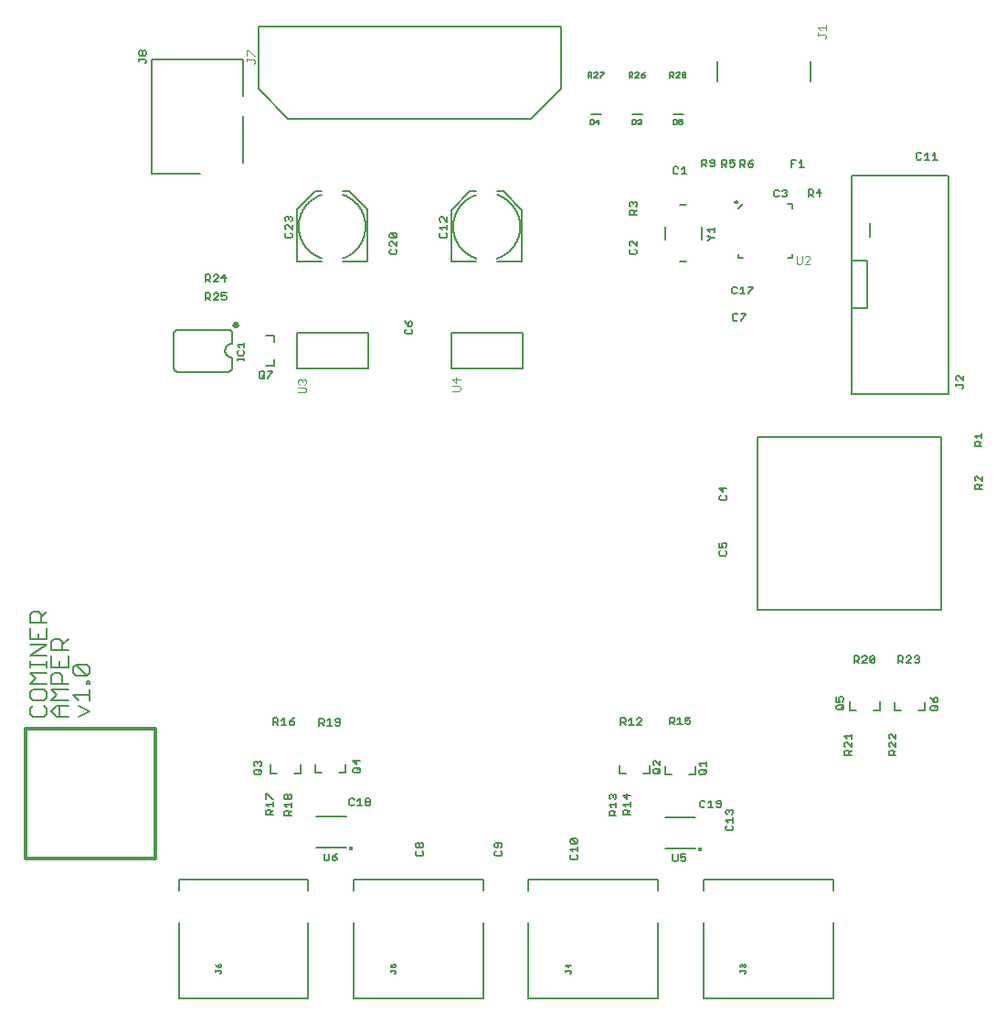
<source format=gbr>
G04 EAGLE Gerber RS-274X export*
G75*
%MOMM*%
%FSLAX34Y34*%
%LPD*%
%INSilkscreen Top*%
%IPPOS*%
%AMOC8*
5,1,8,0,0,1.08239X$1,22.5*%
G01*
%ADD10C,0.304800*%
%ADD11C,0.076200*%
%ADD12C,0.127000*%
%ADD13C,0.152400*%
%ADD14C,0.203200*%
%ADD15C,0.400000*%

G36*
X225370Y620605D02*
X225370Y620605D01*
X225372Y620607D01*
X225373Y620606D01*
X226044Y620841D01*
X226045Y620842D01*
X226046Y620842D01*
X226648Y621220D01*
X226649Y621222D01*
X226651Y621222D01*
X227153Y621724D01*
X227153Y621726D01*
X227155Y621727D01*
X227533Y622329D01*
X227533Y622330D01*
X227534Y622331D01*
X227769Y623002D01*
X227769Y623004D01*
X227770Y623005D01*
X227849Y623711D01*
X227849Y623712D01*
X227848Y623713D01*
X227849Y623714D01*
X227770Y624420D01*
X227768Y624422D01*
X227769Y624423D01*
X227534Y625094D01*
X227533Y625095D01*
X227533Y625096D01*
X227155Y625698D01*
X227153Y625699D01*
X227153Y625701D01*
X226651Y626203D01*
X226649Y626203D01*
X226648Y626205D01*
X226046Y626583D01*
X226045Y626583D01*
X226044Y626584D01*
X225373Y626819D01*
X225371Y626819D01*
X225370Y626820D01*
X224664Y626899D01*
X224662Y626898D01*
X224661Y626899D01*
X223955Y626820D01*
X223953Y626818D01*
X223952Y626819D01*
X223281Y626584D01*
X223280Y626583D01*
X223279Y626583D01*
X222677Y626205D01*
X222676Y626203D01*
X222674Y626203D01*
X222172Y625701D01*
X222172Y625699D01*
X222170Y625698D01*
X221792Y625096D01*
X221792Y625095D01*
X221791Y625094D01*
X221556Y624423D01*
X221557Y624421D01*
X221555Y624420D01*
X221476Y623714D01*
X221477Y623712D01*
X221476Y623711D01*
X221555Y623005D01*
X221557Y623003D01*
X221556Y623002D01*
X221791Y622331D01*
X221792Y622330D01*
X221792Y622329D01*
X222170Y621727D01*
X222172Y621726D01*
X222172Y621724D01*
X222674Y621222D01*
X222676Y621222D01*
X222677Y621220D01*
X223279Y620842D01*
X223280Y620842D01*
X223281Y620841D01*
X223952Y620606D01*
X223954Y620607D01*
X223955Y620605D01*
X224661Y620526D01*
X224663Y620527D01*
X224664Y620526D01*
X225370Y620605D01*
G37*
D10*
X30000Y130000D02*
X150000Y130000D01*
X150000Y250000D01*
X30000Y250000D01*
X30000Y130000D01*
D11*
X744381Y681610D02*
X744381Y687753D01*
X744381Y681610D02*
X745610Y680381D01*
X748067Y680381D01*
X749296Y681610D01*
X749296Y687753D01*
X751865Y680381D02*
X756780Y680381D01*
X751865Y680381D02*
X756780Y685296D01*
X756780Y686525D01*
X755551Y687753D01*
X753094Y687753D01*
X751865Y686525D01*
D12*
X36442Y270973D02*
X33858Y268389D01*
X33858Y263220D01*
X36442Y260635D01*
X46780Y260635D01*
X49365Y263220D01*
X49365Y268389D01*
X46780Y270973D01*
X33858Y278656D02*
X33858Y283825D01*
X33858Y278656D02*
X36442Y276071D01*
X46780Y276071D01*
X49365Y278656D01*
X49365Y283825D01*
X46780Y286409D01*
X36442Y286409D01*
X33858Y283825D01*
X33858Y291507D02*
X49365Y291507D01*
X39027Y296676D02*
X33858Y291507D01*
X39027Y296676D02*
X33858Y301845D01*
X49365Y301845D01*
X49365Y306943D02*
X49365Y312112D01*
X49365Y309528D02*
X33858Y309528D01*
X33858Y312112D02*
X33858Y306943D01*
X33858Y317234D02*
X49365Y317234D01*
X49365Y327572D02*
X33858Y317234D01*
X33858Y327572D02*
X49365Y327572D01*
X33858Y332670D02*
X33858Y343008D01*
X33858Y332670D02*
X49365Y332670D01*
X49365Y343008D01*
X41611Y337839D02*
X41611Y332670D01*
X33858Y348106D02*
X49365Y348106D01*
X33858Y348106D02*
X33858Y355860D01*
X36442Y358444D01*
X41611Y358444D01*
X44196Y355860D01*
X44196Y348106D01*
X44196Y353275D02*
X49365Y358444D01*
X59027Y260635D02*
X69365Y260635D01*
X59027Y260635D02*
X53858Y265804D01*
X59027Y270973D01*
X69365Y270973D01*
X61611Y270973D02*
X61611Y260635D01*
X53858Y276071D02*
X69365Y276071D01*
X59027Y281240D02*
X53858Y276071D01*
X59027Y281240D02*
X53858Y286409D01*
X69365Y286409D01*
X69365Y291507D02*
X53858Y291507D01*
X53858Y299261D01*
X56442Y301845D01*
X61611Y301845D01*
X64196Y299261D01*
X64196Y291507D01*
X53858Y306943D02*
X53858Y317281D01*
X53858Y306943D02*
X69365Y306943D01*
X69365Y317281D01*
X61611Y312112D02*
X61611Y306943D01*
X53858Y322379D02*
X69365Y322379D01*
X53858Y322379D02*
X53858Y330133D01*
X56442Y332717D01*
X61611Y332717D01*
X64196Y330133D01*
X64196Y322379D01*
X64196Y327548D02*
X69365Y332717D01*
X89365Y265804D02*
X79027Y260635D01*
X79027Y270973D02*
X89365Y265804D01*
X79027Y276071D02*
X73858Y281240D01*
X89365Y281240D01*
X89365Y276071D02*
X89365Y286409D01*
X89365Y291507D02*
X86780Y291507D01*
X86780Y294092D01*
X89365Y294092D01*
X89365Y291507D01*
X86780Y299225D02*
X76442Y299225D01*
X73858Y301810D01*
X73858Y306979D01*
X76442Y309563D01*
X86780Y309563D01*
X89365Y306979D01*
X89365Y301810D01*
X86780Y299225D01*
X76442Y309563D01*
D13*
X909338Y511478D02*
X915948Y511478D01*
X909338Y511478D02*
X909338Y514783D01*
X910440Y515884D01*
X912643Y515884D01*
X913745Y514783D01*
X913745Y511478D01*
X913745Y513681D02*
X915948Y515884D01*
X911542Y518962D02*
X909338Y521165D01*
X915948Y521165D01*
X915948Y518962D02*
X915948Y523368D01*
X916148Y471878D02*
X909538Y471878D01*
X909538Y475183D01*
X910640Y476284D01*
X912843Y476284D01*
X913945Y475183D01*
X913945Y471878D01*
X913945Y474081D02*
X916148Y476284D01*
X916148Y479362D02*
X916148Y483768D01*
X916148Y479362D02*
X911742Y483768D01*
X910640Y483768D01*
X909538Y482667D01*
X909538Y480464D01*
X910640Y479362D01*
D12*
X708000Y519600D02*
X708000Y359600D01*
X878000Y359600D01*
X878000Y519600D01*
X708000Y519600D01*
X736200Y735500D02*
X740200Y735500D01*
X740200Y731500D01*
X740200Y689500D02*
X740200Y685500D01*
X736200Y685500D01*
X694200Y685500D02*
X690200Y685500D01*
X690200Y689500D01*
X690200Y731500D02*
X694200Y735500D01*
X687362Y737679D02*
X687364Y737742D01*
X687370Y737804D01*
X687380Y737866D01*
X687393Y737928D01*
X687411Y737988D01*
X687432Y738047D01*
X687457Y738105D01*
X687486Y738161D01*
X687518Y738215D01*
X687553Y738267D01*
X687591Y738316D01*
X687633Y738364D01*
X687677Y738408D01*
X687725Y738450D01*
X687774Y738488D01*
X687826Y738523D01*
X687880Y738555D01*
X687936Y738584D01*
X687994Y738609D01*
X688053Y738630D01*
X688113Y738648D01*
X688175Y738661D01*
X688237Y738671D01*
X688299Y738677D01*
X688362Y738679D01*
X688425Y738677D01*
X688487Y738671D01*
X688549Y738661D01*
X688611Y738648D01*
X688671Y738630D01*
X688730Y738609D01*
X688788Y738584D01*
X688844Y738555D01*
X688898Y738523D01*
X688950Y738488D01*
X688999Y738450D01*
X689047Y738408D01*
X689091Y738364D01*
X689133Y738316D01*
X689171Y738267D01*
X689206Y738215D01*
X689238Y738161D01*
X689267Y738105D01*
X689292Y738047D01*
X689313Y737988D01*
X689331Y737928D01*
X689344Y737866D01*
X689354Y737804D01*
X689360Y737742D01*
X689362Y737679D01*
X689360Y737616D01*
X689354Y737554D01*
X689344Y737492D01*
X689331Y737430D01*
X689313Y737370D01*
X689292Y737311D01*
X689267Y737253D01*
X689238Y737197D01*
X689206Y737143D01*
X689171Y737091D01*
X689133Y737042D01*
X689091Y736994D01*
X689047Y736950D01*
X688999Y736908D01*
X688950Y736870D01*
X688898Y736835D01*
X688844Y736803D01*
X688788Y736774D01*
X688730Y736749D01*
X688671Y736728D01*
X688611Y736710D01*
X688549Y736697D01*
X688487Y736687D01*
X688425Y736681D01*
X688362Y736679D01*
X688299Y736681D01*
X688237Y736687D01*
X688175Y736697D01*
X688113Y736710D01*
X688053Y736728D01*
X687994Y736749D01*
X687936Y736774D01*
X687880Y736803D01*
X687826Y736835D01*
X687774Y736870D01*
X687725Y736908D01*
X687677Y736950D01*
X687633Y736994D01*
X687591Y737042D01*
X687553Y737091D01*
X687518Y737143D01*
X687486Y737197D01*
X687457Y737253D01*
X687432Y737311D01*
X687411Y737370D01*
X687393Y737430D01*
X687380Y737492D01*
X687370Y737554D01*
X687364Y737616D01*
X687362Y737679D01*
D14*
X656400Y714900D02*
X656400Y702900D01*
X642400Y682900D02*
X636400Y682900D01*
X622400Y702900D02*
X622400Y714900D01*
X636400Y734900D02*
X642400Y734900D01*
D13*
X661706Y702178D02*
X662808Y702178D01*
X665011Y704381D01*
X662808Y706584D01*
X661706Y706584D01*
X665011Y704381D02*
X668316Y704381D01*
X663910Y709662D02*
X661706Y711865D01*
X668316Y711865D01*
X668316Y709662D02*
X668316Y714068D01*
X596356Y725878D02*
X589746Y725878D01*
X589746Y729183D01*
X590848Y730284D01*
X593051Y730284D01*
X594153Y729183D01*
X594153Y725878D01*
X594153Y728081D02*
X596356Y730284D01*
X590848Y733362D02*
X589746Y734464D01*
X589746Y736667D01*
X590848Y737768D01*
X591950Y737768D01*
X593051Y736667D01*
X593051Y735565D01*
X593051Y736667D02*
X594153Y737768D01*
X595254Y737768D01*
X596356Y736667D01*
X596356Y734464D01*
X595254Y733362D01*
X633683Y770354D02*
X634784Y769252D01*
X633683Y770354D02*
X631479Y770354D01*
X630378Y769252D01*
X630378Y764846D01*
X631479Y763744D01*
X633683Y763744D01*
X634784Y764846D01*
X637862Y768150D02*
X640065Y770354D01*
X640065Y763744D01*
X637862Y763744D02*
X642268Y763744D01*
X590648Y693784D02*
X589546Y692683D01*
X589546Y690479D01*
X590648Y689378D01*
X595054Y689378D01*
X596156Y690479D01*
X596156Y692683D01*
X595054Y693784D01*
X596156Y696862D02*
X596156Y701268D01*
X596156Y696862D02*
X591750Y701268D01*
X590648Y701268D01*
X589546Y700167D01*
X589546Y697964D01*
X590648Y696862D01*
X755278Y742444D02*
X755278Y749054D01*
X758583Y749054D01*
X759684Y747952D01*
X759684Y745749D01*
X758583Y744647D01*
X755278Y744647D01*
X757481Y744647D02*
X759684Y742444D01*
X766067Y742444D02*
X766067Y749054D01*
X762762Y745749D01*
X767168Y745749D01*
X728084Y747860D02*
X726983Y748962D01*
X724779Y748962D01*
X723678Y747860D01*
X723678Y743454D01*
X724779Y742352D01*
X726983Y742352D01*
X728084Y743454D01*
X731162Y747860D02*
X732264Y748962D01*
X734467Y748962D01*
X735568Y747860D01*
X735568Y746758D01*
X734467Y745657D01*
X733365Y745657D01*
X734467Y745657D02*
X735568Y744555D01*
X735568Y743454D01*
X734467Y742352D01*
X732264Y742352D01*
X731162Y743454D01*
D14*
X756900Y849700D02*
X756900Y867700D01*
X670500Y867700D02*
X670500Y849700D01*
D11*
X770554Y889197D02*
X771783Y890426D01*
X771783Y891654D01*
X770554Y892883D01*
X764411Y892883D01*
X764411Y891654D02*
X764411Y894112D01*
X766868Y896681D02*
X764411Y899138D01*
X771783Y899138D01*
X771783Y896681D02*
X771783Y901596D01*
D13*
X674878Y776654D02*
X674878Y770044D01*
X674878Y776654D02*
X678183Y776654D01*
X679284Y775552D01*
X679284Y773349D01*
X678183Y772247D01*
X674878Y772247D01*
X677081Y772247D02*
X679284Y770044D01*
X682362Y776654D02*
X686768Y776654D01*
X682362Y776654D02*
X682362Y773349D01*
X684565Y774450D01*
X685667Y774450D01*
X686768Y773349D01*
X686768Y771146D01*
X685667Y770044D01*
X683464Y770044D01*
X682362Y771146D01*
X691878Y769944D02*
X691878Y776554D01*
X695183Y776554D01*
X696284Y775452D01*
X696284Y773249D01*
X695183Y772147D01*
X691878Y772147D01*
X694081Y772147D02*
X696284Y769944D01*
X701565Y775452D02*
X703768Y776554D01*
X701565Y775452D02*
X699362Y773249D01*
X699362Y771046D01*
X700464Y769944D01*
X702667Y769944D01*
X703768Y771046D01*
X703768Y772147D01*
X702667Y773249D01*
X699362Y773249D01*
X739278Y776152D02*
X739278Y769542D01*
X739278Y776152D02*
X743684Y776152D01*
X741481Y772847D02*
X739278Y772847D01*
X746762Y773948D02*
X748965Y776152D01*
X748965Y769542D01*
X746762Y769542D02*
X751168Y769542D01*
X656678Y770244D02*
X656678Y776854D01*
X659983Y776854D01*
X661084Y775752D01*
X661084Y773549D01*
X659983Y772447D01*
X656678Y772447D01*
X658881Y772447D02*
X661084Y770244D01*
X664162Y771346D02*
X665264Y770244D01*
X667467Y770244D01*
X668568Y771346D01*
X668568Y775752D01*
X667467Y776854D01*
X665264Y776854D01*
X664162Y775752D01*
X664162Y774650D01*
X665264Y773549D01*
X668568Y773549D01*
D14*
X812250Y718250D02*
X812250Y705550D01*
X885000Y762100D02*
X885000Y560100D01*
X795000Y560100D02*
X795000Y639100D01*
X795000Y683100D01*
X795000Y762100D01*
X884000Y762100D01*
X885000Y560100D02*
X795000Y560100D01*
X795000Y683100D02*
X810000Y683100D01*
X810000Y639100D01*
X795000Y639100D01*
D13*
X897626Y564852D02*
X898728Y565954D01*
X898728Y567055D01*
X897626Y568157D01*
X892118Y568157D01*
X892118Y569258D02*
X892118Y567055D01*
X898728Y572336D02*
X898728Y576743D01*
X894322Y576743D02*
X898728Y572336D01*
X894322Y576743D02*
X893220Y576743D01*
X892118Y575641D01*
X892118Y573438D01*
X893220Y572336D01*
D14*
X281634Y583490D02*
X281634Y616510D01*
X347166Y616510D01*
X347166Y583490D01*
X281634Y583490D01*
D11*
X282460Y561068D02*
X288603Y561068D01*
X289832Y562296D01*
X289832Y564754D01*
X288603Y565983D01*
X282460Y565983D01*
X283688Y568552D02*
X282460Y569781D01*
X282460Y572238D01*
X283688Y573467D01*
X284917Y573467D01*
X286146Y572238D01*
X286146Y571009D01*
X286146Y572238D02*
X287375Y573467D01*
X288603Y573467D01*
X289832Y572238D01*
X289832Y569781D01*
X288603Y568552D01*
D13*
X672938Y464983D02*
X674040Y466084D01*
X672938Y464983D02*
X672938Y462779D01*
X674040Y461678D01*
X678446Y461678D01*
X679548Y462779D01*
X679548Y464983D01*
X678446Y466084D01*
X679548Y472467D02*
X672938Y472467D01*
X676243Y469162D01*
X676243Y473568D01*
X673840Y414684D02*
X672738Y413583D01*
X672738Y411379D01*
X673840Y410278D01*
X678246Y410278D01*
X679348Y411379D01*
X679348Y413583D01*
X678246Y414684D01*
X672738Y417762D02*
X672738Y422168D01*
X672738Y417762D02*
X676043Y417762D01*
X674942Y419965D01*
X674942Y421067D01*
X676043Y422168D01*
X678246Y422168D01*
X679348Y421067D01*
X679348Y418864D01*
X678246Y417762D01*
X382748Y619684D02*
X381646Y618583D01*
X381646Y616379D01*
X382748Y615278D01*
X387154Y615278D01*
X388256Y616379D01*
X388256Y618583D01*
X387154Y619684D01*
X382748Y624965D02*
X381646Y627168D01*
X382748Y624965D02*
X384951Y622762D01*
X387154Y622762D01*
X388256Y623864D01*
X388256Y626067D01*
X387154Y627168D01*
X386053Y627168D01*
X384951Y626067D01*
X384951Y622762D01*
D14*
X424700Y682300D02*
X447700Y682300D01*
X424700Y682300D02*
X424700Y730300D01*
X441700Y747300D01*
X447700Y747300D01*
X466700Y747300D02*
X472700Y747300D01*
X489700Y730300D01*
X489700Y682300D01*
X466700Y682300D01*
X447700Y685300D02*
X446982Y685541D01*
X446269Y685800D01*
X445564Y686076D01*
X444865Y686369D01*
X444173Y686679D01*
X443490Y687006D01*
X442814Y687349D01*
X442147Y687709D01*
X441489Y688085D01*
X440841Y688477D01*
X440202Y688885D01*
X439574Y689308D01*
X438956Y689747D01*
X438349Y690200D01*
X437753Y690669D01*
X437169Y691151D01*
X436597Y691648D01*
X436037Y692159D01*
X435490Y692683D01*
X434955Y693220D01*
X434434Y693771D01*
X433927Y694334D01*
X433434Y694909D01*
X432954Y695496D01*
X432490Y696094D01*
X432040Y696704D01*
X431605Y697325D01*
X431185Y697956D01*
X430781Y698597D01*
X430393Y699247D01*
X430021Y699908D01*
X429665Y700576D01*
X429325Y701254D01*
X429002Y701940D01*
X428696Y702633D01*
X428407Y703333D01*
X428136Y704041D01*
X427881Y704754D01*
X427644Y705474D01*
X427425Y706200D01*
X427224Y706930D01*
X427040Y707665D01*
X426875Y708405D01*
X426728Y709148D01*
X426599Y709895D01*
X426488Y710645D01*
X426395Y711397D01*
X426321Y712151D01*
X426266Y712907D01*
X426229Y713664D01*
X426210Y714421D01*
X426210Y715179D01*
X426229Y715936D01*
X426266Y716693D01*
X426321Y717449D01*
X426395Y718203D01*
X426488Y718955D01*
X426599Y719705D01*
X426728Y720452D01*
X426875Y721195D01*
X427040Y721935D01*
X427224Y722670D01*
X427425Y723400D01*
X427644Y724126D01*
X427881Y724846D01*
X428136Y725559D01*
X428407Y726267D01*
X428696Y726967D01*
X429002Y727660D01*
X429325Y728346D01*
X429665Y729024D01*
X430021Y729692D01*
X430393Y730353D01*
X430781Y731003D01*
X431185Y731644D01*
X431605Y732275D01*
X432040Y732896D01*
X432490Y733506D01*
X432954Y734104D01*
X433434Y734691D01*
X433927Y735266D01*
X434434Y735829D01*
X434955Y736380D01*
X435490Y736917D01*
X436037Y737441D01*
X436597Y737952D01*
X437169Y738449D01*
X437753Y738931D01*
X438349Y739400D01*
X438956Y739853D01*
X439574Y740292D01*
X440202Y740715D01*
X440841Y741123D01*
X441489Y741515D01*
X442147Y741891D01*
X442814Y742251D01*
X443490Y742594D01*
X444173Y742921D01*
X444865Y743231D01*
X445564Y743524D01*
X446269Y743800D01*
X446982Y744059D01*
X447700Y744300D01*
X466700Y744300D02*
X467418Y744059D01*
X468131Y743800D01*
X468836Y743524D01*
X469535Y743231D01*
X470227Y742921D01*
X470910Y742594D01*
X471586Y742251D01*
X472253Y741891D01*
X472911Y741515D01*
X473559Y741123D01*
X474198Y740715D01*
X474826Y740292D01*
X475444Y739853D01*
X476051Y739400D01*
X476647Y738931D01*
X477231Y738449D01*
X477803Y737952D01*
X478363Y737441D01*
X478910Y736917D01*
X479445Y736380D01*
X479966Y735829D01*
X480473Y735266D01*
X480966Y734691D01*
X481446Y734104D01*
X481910Y733506D01*
X482360Y732896D01*
X482795Y732275D01*
X483215Y731644D01*
X483619Y731003D01*
X484007Y730353D01*
X484379Y729692D01*
X484735Y729024D01*
X485075Y728346D01*
X485398Y727660D01*
X485704Y726967D01*
X485993Y726267D01*
X486264Y725559D01*
X486519Y724846D01*
X486756Y724126D01*
X486975Y723400D01*
X487176Y722670D01*
X487360Y721935D01*
X487525Y721195D01*
X487672Y720452D01*
X487801Y719705D01*
X487912Y718955D01*
X488005Y718203D01*
X488079Y717449D01*
X488134Y716693D01*
X488171Y715936D01*
X488190Y715179D01*
X488190Y714421D01*
X488171Y713664D01*
X488134Y712907D01*
X488079Y712151D01*
X488005Y711397D01*
X487912Y710645D01*
X487801Y709895D01*
X487672Y709148D01*
X487525Y708405D01*
X487360Y707665D01*
X487176Y706930D01*
X486975Y706200D01*
X486756Y705474D01*
X486519Y704754D01*
X486264Y704041D01*
X485993Y703333D01*
X485704Y702633D01*
X485398Y701940D01*
X485075Y701254D01*
X484735Y700576D01*
X484379Y699908D01*
X484007Y699247D01*
X483619Y698597D01*
X483215Y697956D01*
X482795Y697325D01*
X482360Y696704D01*
X481910Y696094D01*
X481446Y695496D01*
X480966Y694909D01*
X480473Y694334D01*
X479966Y693771D01*
X479445Y693220D01*
X478910Y692683D01*
X478363Y692159D01*
X477803Y691648D01*
X477231Y691151D01*
X476647Y690669D01*
X476051Y690200D01*
X475444Y689747D01*
X474826Y689308D01*
X474198Y688885D01*
X473559Y688477D01*
X472911Y688085D01*
X472253Y687709D01*
X471586Y687349D01*
X470910Y687006D01*
X470227Y686679D01*
X469535Y686369D01*
X468836Y686076D01*
X468131Y685800D01*
X467418Y685541D01*
X466700Y685300D01*
D13*
X414640Y708742D02*
X413538Y707641D01*
X413538Y705437D01*
X414640Y704336D01*
X419046Y704336D01*
X420148Y705437D01*
X420148Y707641D01*
X419046Y708742D01*
X415742Y711820D02*
X413538Y714023D01*
X420148Y714023D01*
X420148Y711820D02*
X420148Y716226D01*
X420148Y719304D02*
X420148Y723711D01*
X415742Y723711D02*
X420148Y719304D01*
X415742Y723711D02*
X414640Y723711D01*
X413538Y722609D01*
X413538Y720406D01*
X414640Y719304D01*
D14*
X658000Y110000D02*
X778000Y110000D01*
X658000Y70000D02*
X658000Y0D01*
X658000Y100000D02*
X658000Y110000D01*
X658000Y0D02*
X778000Y0D01*
X778000Y70000D01*
X778000Y100000D02*
X778000Y110000D01*
D12*
X697045Y23740D02*
X696240Y22935D01*
X697045Y23740D02*
X697045Y24545D01*
X696240Y25350D01*
X692215Y25350D01*
X692215Y24545D02*
X692215Y26155D01*
X693020Y28548D02*
X692215Y29353D01*
X692215Y30963D01*
X693020Y31768D01*
X693825Y31768D01*
X694630Y30963D01*
X694630Y30158D01*
X694630Y30963D02*
X695435Y31768D01*
X696240Y31768D01*
X697045Y30963D01*
X697045Y29353D01*
X696240Y28548D01*
D14*
X650500Y167750D02*
X622500Y167750D01*
X622500Y139250D02*
X650500Y139250D01*
D15*
X654500Y138500D03*
D13*
X629778Y133694D02*
X629778Y128186D01*
X630879Y127084D01*
X633083Y127084D01*
X634184Y128186D01*
X634184Y133694D01*
X637262Y133694D02*
X641668Y133694D01*
X637262Y133694D02*
X637262Y130389D01*
X639465Y131490D01*
X640567Y131490D01*
X641668Y130389D01*
X641668Y128186D01*
X640567Y127084D01*
X638364Y127084D01*
X637262Y128186D01*
D14*
X616000Y110000D02*
X496000Y110000D01*
X496000Y70000D02*
X496000Y0D01*
X496000Y100000D02*
X496000Y110000D01*
X496000Y0D02*
X616000Y0D01*
X616000Y70000D01*
X616000Y100000D02*
X616000Y110000D01*
D12*
X535045Y23740D02*
X534240Y22935D01*
X535045Y23740D02*
X535045Y24545D01*
X534240Y25350D01*
X530215Y25350D01*
X530215Y24545D02*
X530215Y26155D01*
X530215Y30963D02*
X535045Y30963D01*
X532630Y28548D02*
X530215Y30963D01*
X532630Y31768D02*
X532630Y28548D01*
D14*
X602000Y208000D02*
X608000Y208000D01*
X608000Y216000D01*
X586000Y208000D02*
X580000Y208000D01*
X580000Y216000D01*
D13*
X612368Y208278D02*
X616774Y208278D01*
X612368Y208278D02*
X611266Y209379D01*
X611266Y211583D01*
X612368Y212684D01*
X616774Y212684D01*
X617876Y211583D01*
X617876Y209379D01*
X616774Y208278D01*
X615673Y210481D02*
X617876Y212684D01*
X617876Y215762D02*
X617876Y220168D01*
X617876Y215762D02*
X613470Y220168D01*
X612368Y220168D01*
X611266Y219067D01*
X611266Y216864D01*
X612368Y215762D01*
X581536Y253244D02*
X581536Y259854D01*
X584841Y259854D01*
X585942Y258752D01*
X585942Y256549D01*
X584841Y255447D01*
X581536Y255447D01*
X583739Y255447D02*
X585942Y253244D01*
X589020Y257650D02*
X591223Y259854D01*
X591223Y253244D01*
X589020Y253244D02*
X593426Y253244D01*
X596504Y253244D02*
X600910Y253244D01*
X596504Y253244D02*
X600910Y257650D01*
X600910Y258752D01*
X599809Y259854D01*
X597606Y259854D01*
X596504Y258752D01*
X577256Y169536D02*
X570646Y169536D01*
X570646Y172841D01*
X571748Y173942D01*
X573951Y173942D01*
X575053Y172841D01*
X575053Y169536D01*
X575053Y171739D02*
X577256Y173942D01*
X572850Y177020D02*
X570646Y179223D01*
X577256Y179223D01*
X577256Y177020D02*
X577256Y181426D01*
X571748Y184504D02*
X570646Y185606D01*
X570646Y187809D01*
X571748Y188910D01*
X572850Y188910D01*
X573951Y187809D01*
X573951Y186707D01*
X573951Y187809D02*
X575053Y188910D01*
X576154Y188910D01*
X577256Y187809D01*
X577256Y185606D01*
X576154Y184504D01*
D14*
X644500Y207500D02*
X650500Y207500D01*
X650500Y215500D01*
X628500Y207500D02*
X622500Y207500D01*
X622500Y215500D01*
D13*
X654868Y207778D02*
X659274Y207778D01*
X654868Y207778D02*
X653766Y208879D01*
X653766Y211083D01*
X654868Y212184D01*
X659274Y212184D01*
X660376Y211083D01*
X660376Y208879D01*
X659274Y207778D01*
X658173Y209981D02*
X660376Y212184D01*
X655970Y215262D02*
X653766Y217465D01*
X660376Y217465D01*
X660376Y215262D02*
X660376Y219668D01*
X590256Y170036D02*
X583646Y170036D01*
X583646Y173341D01*
X584748Y174442D01*
X586951Y174442D01*
X588053Y173341D01*
X588053Y170036D01*
X588053Y172239D02*
X590256Y174442D01*
X585850Y177520D02*
X583646Y179723D01*
X590256Y179723D01*
X590256Y177520D02*
X590256Y181926D01*
X590256Y188309D02*
X583646Y188309D01*
X586951Y185004D01*
X586951Y189410D01*
X626536Y253744D02*
X626536Y260354D01*
X629841Y260354D01*
X630942Y259252D01*
X630942Y257049D01*
X629841Y255947D01*
X626536Y255947D01*
X628739Y255947D02*
X630942Y253744D01*
X634020Y258150D02*
X636223Y260354D01*
X636223Y253744D01*
X634020Y253744D02*
X638426Y253744D01*
X641504Y260354D02*
X645910Y260354D01*
X641504Y260354D02*
X641504Y257049D01*
X643707Y258150D01*
X644809Y258150D01*
X645910Y257049D01*
X645910Y254846D01*
X644809Y253744D01*
X642606Y253744D01*
X641504Y254846D01*
D14*
X454000Y110000D02*
X334000Y110000D01*
X334000Y70000D02*
X334000Y0D01*
X334000Y100000D02*
X334000Y110000D01*
X334000Y0D02*
X454000Y0D01*
X454000Y70000D01*
X454000Y100000D02*
X454000Y110000D01*
D12*
X373045Y23740D02*
X372240Y22935D01*
X373045Y23740D02*
X373045Y24545D01*
X372240Y25350D01*
X368215Y25350D01*
X368215Y24545D02*
X368215Y26155D01*
X368215Y28548D02*
X368215Y31768D01*
X368215Y28548D02*
X370630Y28548D01*
X369825Y30158D01*
X369825Y30963D01*
X370630Y31768D01*
X372240Y31768D01*
X373045Y30963D01*
X373045Y29353D01*
X372240Y28548D01*
D14*
X327300Y168350D02*
X299300Y168350D01*
X299300Y139850D02*
X327300Y139850D01*
D15*
X331300Y139100D03*
D13*
X306578Y134294D02*
X306578Y128786D01*
X307679Y127684D01*
X309883Y127684D01*
X310984Y128786D01*
X310984Y134294D01*
X316265Y133192D02*
X318468Y134294D01*
X316265Y133192D02*
X314062Y130989D01*
X314062Y128786D01*
X315164Y127684D01*
X317367Y127684D01*
X318468Y128786D01*
X318468Y129887D01*
X317367Y130989D01*
X314062Y130989D01*
D14*
X292000Y110000D02*
X172000Y110000D01*
X172000Y70000D02*
X172000Y0D01*
X172000Y100000D02*
X172000Y110000D01*
X172000Y0D02*
X292000Y0D01*
X292000Y70000D01*
X292000Y100000D02*
X292000Y110000D01*
D12*
X211045Y23740D02*
X210240Y22935D01*
X211045Y23740D02*
X211045Y24545D01*
X210240Y25350D01*
X206215Y25350D01*
X206215Y24545D02*
X206215Y26155D01*
X207020Y30158D02*
X206215Y31768D01*
X207020Y30158D02*
X208630Y28548D01*
X210240Y28548D01*
X211045Y29353D01*
X211045Y30963D01*
X210240Y31768D01*
X209435Y31768D01*
X208630Y30963D01*
X208630Y28548D01*
D14*
X278500Y208500D02*
X284500Y208500D01*
X284500Y216500D01*
X262500Y208500D02*
X256500Y208500D01*
X256500Y216500D01*
D13*
X247274Y207778D02*
X242868Y207778D01*
X241766Y208879D01*
X241766Y211083D01*
X242868Y212184D01*
X247274Y212184D01*
X248376Y211083D01*
X248376Y208879D01*
X247274Y207778D01*
X246173Y209981D02*
X248376Y212184D01*
X242868Y215262D02*
X241766Y216364D01*
X241766Y218567D01*
X242868Y219668D01*
X243970Y219668D01*
X245071Y218567D01*
X245071Y217465D01*
X245071Y218567D02*
X246173Y219668D01*
X247274Y219668D01*
X248376Y218567D01*
X248376Y216364D01*
X247274Y215262D01*
X259536Y253244D02*
X259536Y259854D01*
X262841Y259854D01*
X263942Y258752D01*
X263942Y256549D01*
X262841Y255447D01*
X259536Y255447D01*
X261739Y255447D02*
X263942Y253244D01*
X267020Y257650D02*
X269223Y259854D01*
X269223Y253244D01*
X267020Y253244D02*
X271426Y253244D01*
X276707Y258752D02*
X278910Y259854D01*
X276707Y258752D02*
X274504Y256549D01*
X274504Y254346D01*
X275606Y253244D01*
X277809Y253244D01*
X278910Y254346D01*
X278910Y255447D01*
X277809Y256549D01*
X274504Y256549D01*
X259256Y170036D02*
X252646Y170036D01*
X252646Y173341D01*
X253748Y174442D01*
X255951Y174442D01*
X257053Y173341D01*
X257053Y170036D01*
X257053Y172239D02*
X259256Y174442D01*
X254850Y177520D02*
X252646Y179723D01*
X259256Y179723D01*
X259256Y177520D02*
X259256Y181926D01*
X252646Y185004D02*
X252646Y189410D01*
X253748Y189410D01*
X258154Y185004D01*
X259256Y185004D01*
D14*
X320500Y209000D02*
X326500Y209000D01*
X326500Y217000D01*
X304500Y209000D02*
X298500Y209000D01*
X298500Y217000D01*
D13*
X334368Y209278D02*
X338774Y209278D01*
X334368Y209278D02*
X333266Y210379D01*
X333266Y212583D01*
X334368Y213684D01*
X338774Y213684D01*
X339876Y212583D01*
X339876Y210379D01*
X338774Y209278D01*
X337673Y211481D02*
X339876Y213684D01*
X339876Y220067D02*
X333266Y220067D01*
X336571Y216762D01*
X336571Y221168D01*
X276256Y169536D02*
X269646Y169536D01*
X269646Y172841D01*
X270748Y173942D01*
X272951Y173942D01*
X274053Y172841D01*
X274053Y169536D01*
X274053Y171739D02*
X276256Y173942D01*
X271850Y177020D02*
X269646Y179223D01*
X276256Y179223D01*
X276256Y177020D02*
X276256Y181426D01*
X270748Y184504D02*
X269646Y185606D01*
X269646Y187809D01*
X270748Y188910D01*
X271850Y188910D01*
X272951Y187809D01*
X274053Y188910D01*
X275154Y188910D01*
X276256Y187809D01*
X276256Y185606D01*
X275154Y184504D01*
X274053Y184504D01*
X272951Y185606D01*
X271850Y184504D01*
X270748Y184504D01*
X272951Y185606D02*
X272951Y187809D01*
X302036Y252744D02*
X302036Y259354D01*
X305341Y259354D01*
X306442Y258252D01*
X306442Y256049D01*
X305341Y254947D01*
X302036Y254947D01*
X304239Y254947D02*
X306442Y252744D01*
X309520Y257150D02*
X311723Y259354D01*
X311723Y252744D01*
X309520Y252744D02*
X313926Y252744D01*
X317004Y253846D02*
X318106Y252744D01*
X320309Y252744D01*
X321410Y253846D01*
X321410Y258252D01*
X320309Y259354D01*
X318106Y259354D01*
X317004Y258252D01*
X317004Y257150D01*
X318106Y256049D01*
X321410Y256049D01*
D14*
X816000Y267000D02*
X822000Y267000D01*
X822000Y275000D01*
X800000Y267000D02*
X794000Y267000D01*
X794000Y275000D01*
D13*
X786774Y267278D02*
X782368Y267278D01*
X781266Y268379D01*
X781266Y270583D01*
X782368Y271684D01*
X786774Y271684D01*
X787876Y270583D01*
X787876Y268379D01*
X786774Y267278D01*
X785673Y269481D02*
X787876Y271684D01*
X781266Y274762D02*
X781266Y279168D01*
X781266Y274762D02*
X784571Y274762D01*
X783470Y276965D01*
X783470Y278067D01*
X784571Y279168D01*
X786774Y279168D01*
X787876Y278067D01*
X787876Y275864D01*
X786774Y274762D01*
X797536Y310744D02*
X797536Y317354D01*
X800841Y317354D01*
X801942Y316252D01*
X801942Y314049D01*
X800841Y312947D01*
X797536Y312947D01*
X799739Y312947D02*
X801942Y310744D01*
X805020Y310744D02*
X809426Y310744D01*
X805020Y310744D02*
X809426Y315150D01*
X809426Y316252D01*
X808325Y317354D01*
X806122Y317354D01*
X805020Y316252D01*
X812504Y316252D02*
X812504Y311846D01*
X812504Y316252D02*
X813606Y317354D01*
X815809Y317354D01*
X816910Y316252D01*
X816910Y311846D01*
X815809Y310744D01*
X813606Y310744D01*
X812504Y311846D01*
X816910Y316252D01*
X795348Y225536D02*
X788738Y225536D01*
X788738Y228841D01*
X789840Y229942D01*
X792043Y229942D01*
X793145Y228841D01*
X793145Y225536D01*
X793145Y227739D02*
X795348Y229942D01*
X795348Y233020D02*
X795348Y237426D01*
X795348Y233020D02*
X790942Y237426D01*
X789840Y237426D01*
X788738Y236325D01*
X788738Y234122D01*
X789840Y233020D01*
X790942Y240504D02*
X788738Y242707D01*
X795348Y242707D01*
X795348Y240504D02*
X795348Y244911D01*
D14*
X857100Y266700D02*
X863100Y266700D01*
X863100Y274700D01*
X841100Y266700D02*
X835100Y266700D01*
X835100Y274700D01*
D13*
X869468Y266978D02*
X873874Y266978D01*
X869468Y266978D02*
X868366Y268079D01*
X868366Y270283D01*
X869468Y271384D01*
X873874Y271384D01*
X874976Y270283D01*
X874976Y268079D01*
X873874Y266978D01*
X872773Y269181D02*
X874976Y271384D01*
X869468Y276665D02*
X868366Y278868D01*
X869468Y276665D02*
X871671Y274462D01*
X873874Y274462D01*
X874976Y275564D01*
X874976Y277767D01*
X873874Y278868D01*
X872773Y278868D01*
X871671Y277767D01*
X871671Y274462D01*
X836348Y225536D02*
X829738Y225536D01*
X829738Y228841D01*
X830840Y229942D01*
X833043Y229942D01*
X834145Y228841D01*
X834145Y225536D01*
X834145Y227739D02*
X836348Y229942D01*
X836348Y233020D02*
X836348Y237426D01*
X836348Y233020D02*
X831942Y237426D01*
X830840Y237426D01*
X829738Y236325D01*
X829738Y234122D01*
X830840Y233020D01*
X836348Y240504D02*
X836348Y244911D01*
X831942Y244911D02*
X836348Y240504D01*
X831942Y244911D02*
X830840Y244911D01*
X829738Y243809D01*
X829738Y241606D01*
X830840Y240504D01*
X838536Y310744D02*
X838536Y317354D01*
X841841Y317354D01*
X842942Y316252D01*
X842942Y314049D01*
X841841Y312947D01*
X838536Y312947D01*
X840739Y312947D02*
X842942Y310744D01*
X846020Y310744D02*
X850426Y310744D01*
X846020Y310744D02*
X850426Y315150D01*
X850426Y316252D01*
X849325Y317354D01*
X847122Y317354D01*
X846020Y316252D01*
X853504Y316252D02*
X854606Y317354D01*
X856809Y317354D01*
X857910Y316252D01*
X857910Y315150D01*
X856809Y314049D01*
X855707Y314049D01*
X856809Y314049D02*
X857910Y312947D01*
X857910Y311846D01*
X856809Y310744D01*
X854606Y310744D01*
X853504Y311846D01*
D14*
X260600Y607900D02*
X260600Y613900D01*
X252600Y613900D01*
X260600Y591900D02*
X260600Y585900D01*
X252600Y585900D01*
D13*
X246878Y579680D02*
X246878Y575274D01*
X246878Y579680D02*
X247979Y580782D01*
X250183Y580782D01*
X251284Y579680D01*
X251284Y575274D01*
X250183Y574172D01*
X247979Y574172D01*
X246878Y575274D01*
X249081Y576375D02*
X251284Y574172D01*
X254362Y580782D02*
X258768Y580782D01*
X258768Y579680D01*
X254362Y575274D01*
X254362Y574172D01*
D14*
X217868Y580437D02*
X171132Y580437D01*
X167322Y615553D02*
X167306Y615666D01*
X167295Y615780D01*
X167288Y615894D01*
X167284Y616008D01*
X167285Y616123D01*
X167289Y616237D01*
X167297Y616351D01*
X167309Y616465D01*
X167325Y616578D01*
X167345Y616690D01*
X167369Y616802D01*
X167396Y616913D01*
X167428Y617023D01*
X167463Y617132D01*
X167501Y617240D01*
X167544Y617346D01*
X167590Y617450D01*
X167639Y617554D01*
X167692Y617655D01*
X167748Y617754D01*
X167808Y617852D01*
X167871Y617947D01*
X167938Y618040D01*
X168007Y618131D01*
X168079Y618219D01*
X168155Y618305D01*
X168233Y618389D01*
X168314Y618469D01*
X168398Y618547D01*
X168485Y618622D01*
X168574Y618693D01*
X168665Y618762D01*
X168759Y618828D01*
X168854Y618890D01*
X168952Y618949D01*
X169052Y619005D01*
X169154Y619057D01*
X169257Y619106D01*
X169362Y619151D01*
X169469Y619192D01*
X169577Y619230D01*
X169686Y619265D01*
X169796Y619295D01*
X169907Y619322D01*
X170019Y619344D01*
X170132Y619363D01*
X217868Y580437D02*
X217998Y580454D01*
X218127Y580475D01*
X218256Y580500D01*
X218384Y580528D01*
X218511Y580561D01*
X218637Y580597D01*
X218762Y580638D01*
X218885Y580682D01*
X219007Y580729D01*
X219128Y580781D01*
X219247Y580835D01*
X219364Y580894D01*
X219479Y580956D01*
X219593Y581021D01*
X219705Y581090D01*
X219814Y581163D01*
X219921Y581238D01*
X220026Y581317D01*
X220128Y581399D01*
X220228Y581484D01*
X220325Y581571D01*
X220420Y581662D01*
X220512Y581756D01*
X220601Y581852D01*
X220687Y581951D01*
X220769Y582052D01*
X220849Y582156D01*
X220926Y582263D01*
X220999Y582371D01*
X221069Y582482D01*
X221136Y582595D01*
X221199Y582710D01*
X221259Y582826D01*
X221315Y582945D01*
X221368Y583065D01*
X221417Y583186D01*
X221462Y583309D01*
X221504Y583434D01*
X221542Y583559D01*
X221575Y583686D01*
X221606Y583813D01*
X221632Y583942D01*
X221654Y584071D01*
X221673Y584201D01*
X221687Y584331D01*
X221698Y584462D01*
X221704Y584593D01*
X221707Y584724D01*
X221706Y584855D01*
X221700Y584986D01*
X221691Y585116D01*
X221678Y585247D01*
X171132Y580437D02*
X171010Y580439D01*
X170888Y580445D01*
X170766Y580455D01*
X170645Y580468D01*
X170524Y580486D01*
X170404Y580507D01*
X170284Y580532D01*
X170165Y580561D01*
X170048Y580594D01*
X169931Y580631D01*
X169816Y580671D01*
X169702Y580715D01*
X169590Y580763D01*
X169479Y580814D01*
X169370Y580869D01*
X169262Y580927D01*
X169157Y580989D01*
X169053Y581054D01*
X168952Y581122D01*
X168853Y581193D01*
X168756Y581268D01*
X168662Y581346D01*
X168570Y581426D01*
X168481Y581510D01*
X168395Y581596D01*
X168311Y581685D01*
X168231Y581777D01*
X168153Y581871D01*
X168078Y581968D01*
X168007Y582067D01*
X167939Y582168D01*
X167874Y582272D01*
X167812Y582377D01*
X167754Y582485D01*
X167699Y582594D01*
X167648Y582705D01*
X167600Y582817D01*
X167556Y582931D01*
X167516Y583046D01*
X167479Y583163D01*
X167446Y583280D01*
X167417Y583399D01*
X167392Y583519D01*
X167371Y583639D01*
X167353Y583760D01*
X167340Y583881D01*
X167330Y584003D01*
X167324Y584125D01*
X167322Y584247D01*
X217867Y619363D02*
X217981Y619378D01*
X218095Y619390D01*
X218209Y619397D01*
X218323Y619401D01*
X218437Y619400D01*
X218552Y619396D01*
X218666Y619388D01*
X218779Y619376D01*
X218892Y619360D01*
X219005Y619340D01*
X219117Y619316D01*
X219228Y619289D01*
X219338Y619258D01*
X219447Y619223D01*
X219554Y619184D01*
X219661Y619142D01*
X219765Y619096D01*
X219868Y619046D01*
X219970Y618993D01*
X220069Y618937D01*
X220167Y618877D01*
X220262Y618814D01*
X220355Y618748D01*
X220446Y618678D01*
X220534Y618606D01*
X220620Y618530D01*
X220703Y618452D01*
X220784Y618371D01*
X220862Y618287D01*
X220936Y618201D01*
X221008Y618112D01*
X221077Y618020D01*
X221143Y617927D01*
X221205Y617831D01*
X221264Y617733D01*
X221320Y617633D01*
X221372Y617531D01*
X221420Y617428D01*
X221466Y617323D01*
X221507Y617216D01*
X221545Y617108D01*
X221579Y616999D01*
X221609Y616889D01*
X221636Y616778D01*
X221659Y616666D01*
X221678Y616553D01*
X217868Y619363D02*
X170132Y619363D01*
X167322Y615553D02*
X167322Y584247D01*
X221170Y593804D02*
X221012Y593806D01*
X220853Y593812D01*
X220695Y593822D01*
X220538Y593836D01*
X220380Y593853D01*
X220224Y593875D01*
X220067Y593900D01*
X219912Y593930D01*
X219757Y593963D01*
X219603Y594000D01*
X219450Y594041D01*
X219298Y594086D01*
X219148Y594135D01*
X218998Y594187D01*
X218850Y594243D01*
X218703Y594303D01*
X218558Y594366D01*
X218415Y594433D01*
X218273Y594503D01*
X218133Y594577D01*
X217995Y594655D01*
X217859Y594736D01*
X217725Y594820D01*
X217593Y594907D01*
X217463Y594998D01*
X217336Y595092D01*
X217211Y595189D01*
X217088Y595290D01*
X216968Y595393D01*
X216851Y595499D01*
X216736Y595608D01*
X216624Y595720D01*
X216515Y595835D01*
X216409Y595952D01*
X216306Y596072D01*
X216205Y596195D01*
X216108Y596320D01*
X216014Y596447D01*
X215923Y596577D01*
X215836Y596709D01*
X215752Y596843D01*
X215671Y596979D01*
X215593Y597117D01*
X215519Y597257D01*
X215449Y597399D01*
X215382Y597542D01*
X215319Y597687D01*
X215259Y597834D01*
X215203Y597982D01*
X215151Y598132D01*
X215102Y598282D01*
X215057Y598434D01*
X215016Y598587D01*
X214979Y598741D01*
X214946Y598896D01*
X214916Y599051D01*
X214891Y599208D01*
X214869Y599364D01*
X214852Y599522D01*
X214838Y599679D01*
X214828Y599837D01*
X214822Y599996D01*
X214820Y600154D01*
X214822Y600312D01*
X214828Y600471D01*
X214838Y600629D01*
X214852Y600786D01*
X214869Y600944D01*
X214891Y601100D01*
X214916Y601257D01*
X214946Y601412D01*
X214979Y601567D01*
X215016Y601721D01*
X215057Y601874D01*
X215102Y602026D01*
X215151Y602176D01*
X215203Y602326D01*
X215259Y602474D01*
X215319Y602621D01*
X215382Y602766D01*
X215449Y602909D01*
X215519Y603051D01*
X215593Y603191D01*
X215671Y603329D01*
X215752Y603465D01*
X215836Y603599D01*
X215923Y603731D01*
X216014Y603861D01*
X216108Y603988D01*
X216205Y604113D01*
X216306Y604236D01*
X216409Y604356D01*
X216515Y604473D01*
X216624Y604588D01*
X216736Y604700D01*
X216851Y604809D01*
X216968Y604915D01*
X217088Y605018D01*
X217211Y605119D01*
X217336Y605216D01*
X217463Y605310D01*
X217593Y605401D01*
X217725Y605488D01*
X217859Y605572D01*
X217995Y605653D01*
X218133Y605731D01*
X218273Y605805D01*
X218415Y605875D01*
X218558Y605942D01*
X218703Y606005D01*
X218850Y606065D01*
X218998Y606121D01*
X219148Y606173D01*
X219298Y606222D01*
X219450Y606267D01*
X219603Y606308D01*
X219757Y606345D01*
X219912Y606378D01*
X220067Y606408D01*
X220224Y606433D01*
X220380Y606455D01*
X220538Y606472D01*
X220695Y606486D01*
X220853Y606496D01*
X221012Y606502D01*
X221170Y606504D01*
X221678Y593804D02*
X221678Y585374D01*
X221678Y606504D02*
X221678Y616553D01*
D13*
X232616Y592886D02*
X232616Y590683D01*
X232616Y591785D02*
X226006Y591785D01*
X226006Y592886D02*
X226006Y590683D01*
X226006Y598977D02*
X227108Y600079D01*
X226006Y598977D02*
X226006Y596774D01*
X227108Y595673D01*
X231514Y595673D01*
X232616Y596774D01*
X232616Y598977D01*
X231514Y600079D01*
X228210Y603157D02*
X226006Y605360D01*
X232616Y605360D01*
X232616Y603157D02*
X232616Y607563D01*
X196536Y663744D02*
X196536Y670354D01*
X199841Y670354D01*
X200942Y669252D01*
X200942Y667049D01*
X199841Y665947D01*
X196536Y665947D01*
X198739Y665947D02*
X200942Y663744D01*
X204020Y663744D02*
X208426Y663744D01*
X204020Y663744D02*
X208426Y668150D01*
X208426Y669252D01*
X207325Y670354D01*
X205122Y670354D01*
X204020Y669252D01*
X214809Y670354D02*
X214809Y663744D01*
X211504Y667049D02*
X214809Y670354D01*
X215910Y667049D02*
X211504Y667049D01*
X196536Y653354D02*
X196536Y646744D01*
X196536Y653354D02*
X199841Y653354D01*
X200942Y652252D01*
X200942Y650049D01*
X199841Y648947D01*
X196536Y648947D01*
X198739Y648947D02*
X200942Y646744D01*
X204020Y646744D02*
X208426Y646744D01*
X204020Y646744D02*
X208426Y651150D01*
X208426Y652252D01*
X207325Y653354D01*
X205122Y653354D01*
X204020Y652252D01*
X211504Y653354D02*
X215910Y653354D01*
X211504Y653354D02*
X211504Y650049D01*
X213707Y651150D01*
X214809Y651150D01*
X215910Y650049D01*
X215910Y647846D01*
X214809Y646744D01*
X212606Y646744D01*
X211504Y647846D01*
D14*
X424934Y616710D02*
X424934Y583690D01*
X424934Y616710D02*
X490466Y616710D01*
X490466Y583690D01*
X424934Y583690D01*
D11*
X425260Y562368D02*
X431403Y562368D01*
X432632Y563596D01*
X432632Y566054D01*
X431403Y567283D01*
X425260Y567283D01*
X425260Y573538D02*
X432632Y573538D01*
X428946Y569852D02*
X425260Y573538D01*
X428946Y574767D02*
X428946Y569852D01*
D13*
X688041Y659162D02*
X689142Y658060D01*
X688041Y659162D02*
X685837Y659162D01*
X684736Y658060D01*
X684736Y653654D01*
X685837Y652552D01*
X688041Y652552D01*
X689142Y653654D01*
X692220Y656958D02*
X694423Y659162D01*
X694423Y652552D01*
X692220Y652552D02*
X696626Y652552D01*
X699704Y659162D02*
X704111Y659162D01*
X704111Y658060D01*
X699704Y653654D01*
X699704Y652552D01*
X333341Y185354D02*
X334442Y184252D01*
X333341Y185354D02*
X331137Y185354D01*
X330036Y184252D01*
X330036Y179846D01*
X331137Y178744D01*
X333341Y178744D01*
X334442Y179846D01*
X337520Y183150D02*
X339723Y185354D01*
X339723Y178744D01*
X337520Y178744D02*
X341926Y178744D01*
X345004Y184252D02*
X346106Y185354D01*
X348309Y185354D01*
X349410Y184252D01*
X349410Y183150D01*
X348309Y182049D01*
X349410Y180947D01*
X349410Y179846D01*
X348309Y178744D01*
X346106Y178744D01*
X345004Y179846D01*
X345004Y180947D01*
X346106Y182049D01*
X345004Y183150D01*
X345004Y184252D01*
X346106Y182049D02*
X348309Y182049D01*
X658341Y183354D02*
X659442Y182252D01*
X658341Y183354D02*
X656137Y183354D01*
X655036Y182252D01*
X655036Y177846D01*
X656137Y176744D01*
X658341Y176744D01*
X659442Y177846D01*
X662520Y181150D02*
X664723Y183354D01*
X664723Y176744D01*
X662520Y176744D02*
X666926Y176744D01*
X670004Y177846D02*
X671106Y176744D01*
X673309Y176744D01*
X674410Y177846D01*
X674410Y182252D01*
X673309Y183354D01*
X671106Y183354D01*
X670004Y182252D01*
X670004Y181150D01*
X671106Y180049D01*
X674410Y180049D01*
X367238Y692841D02*
X368340Y693942D01*
X367238Y692841D02*
X367238Y690637D01*
X368340Y689536D01*
X372746Y689536D01*
X373848Y690637D01*
X373848Y692841D01*
X372746Y693942D01*
X373848Y697020D02*
X373848Y701426D01*
X373848Y697020D02*
X369442Y701426D01*
X368340Y701426D01*
X367238Y700325D01*
X367238Y698122D01*
X368340Y697020D01*
X368340Y704504D02*
X372746Y704504D01*
X368340Y704504D02*
X367238Y705606D01*
X367238Y707809D01*
X368340Y708911D01*
X372746Y708911D01*
X373848Y707809D01*
X373848Y705606D01*
X372746Y704504D01*
X368340Y708911D01*
D14*
X304500Y682500D02*
X281500Y682500D01*
X281500Y730500D01*
X298500Y747500D01*
X304500Y747500D01*
X323500Y747500D02*
X329500Y747500D01*
X346500Y730500D01*
X346500Y682500D01*
X323500Y682500D01*
X304500Y685500D02*
X303782Y685741D01*
X303069Y686000D01*
X302364Y686276D01*
X301665Y686569D01*
X300973Y686879D01*
X300290Y687206D01*
X299614Y687549D01*
X298947Y687909D01*
X298289Y688285D01*
X297641Y688677D01*
X297002Y689085D01*
X296374Y689508D01*
X295756Y689947D01*
X295149Y690400D01*
X294553Y690869D01*
X293969Y691351D01*
X293397Y691848D01*
X292837Y692359D01*
X292290Y692883D01*
X291755Y693420D01*
X291234Y693971D01*
X290727Y694534D01*
X290234Y695109D01*
X289754Y695696D01*
X289290Y696294D01*
X288840Y696904D01*
X288405Y697525D01*
X287985Y698156D01*
X287581Y698797D01*
X287193Y699447D01*
X286821Y700108D01*
X286465Y700776D01*
X286125Y701454D01*
X285802Y702140D01*
X285496Y702833D01*
X285207Y703533D01*
X284936Y704241D01*
X284681Y704954D01*
X284444Y705674D01*
X284225Y706400D01*
X284024Y707130D01*
X283840Y707865D01*
X283675Y708605D01*
X283528Y709348D01*
X283399Y710095D01*
X283288Y710845D01*
X283195Y711597D01*
X283121Y712351D01*
X283066Y713107D01*
X283029Y713864D01*
X283010Y714621D01*
X283010Y715379D01*
X283029Y716136D01*
X283066Y716893D01*
X283121Y717649D01*
X283195Y718403D01*
X283288Y719155D01*
X283399Y719905D01*
X283528Y720652D01*
X283675Y721395D01*
X283840Y722135D01*
X284024Y722870D01*
X284225Y723600D01*
X284444Y724326D01*
X284681Y725046D01*
X284936Y725759D01*
X285207Y726467D01*
X285496Y727167D01*
X285802Y727860D01*
X286125Y728546D01*
X286465Y729224D01*
X286821Y729892D01*
X287193Y730553D01*
X287581Y731203D01*
X287985Y731844D01*
X288405Y732475D01*
X288840Y733096D01*
X289290Y733706D01*
X289754Y734304D01*
X290234Y734891D01*
X290727Y735466D01*
X291234Y736029D01*
X291755Y736580D01*
X292290Y737117D01*
X292837Y737641D01*
X293397Y738152D01*
X293969Y738649D01*
X294553Y739131D01*
X295149Y739600D01*
X295756Y740053D01*
X296374Y740492D01*
X297002Y740915D01*
X297641Y741323D01*
X298289Y741715D01*
X298947Y742091D01*
X299614Y742451D01*
X300290Y742794D01*
X300973Y743121D01*
X301665Y743431D01*
X302364Y743724D01*
X303069Y744000D01*
X303782Y744259D01*
X304500Y744500D01*
X323500Y744500D02*
X324218Y744259D01*
X324931Y744000D01*
X325636Y743724D01*
X326335Y743431D01*
X327027Y743121D01*
X327710Y742794D01*
X328386Y742451D01*
X329053Y742091D01*
X329711Y741715D01*
X330359Y741323D01*
X330998Y740915D01*
X331626Y740492D01*
X332244Y740053D01*
X332851Y739600D01*
X333447Y739131D01*
X334031Y738649D01*
X334603Y738152D01*
X335163Y737641D01*
X335710Y737117D01*
X336245Y736580D01*
X336766Y736029D01*
X337273Y735466D01*
X337766Y734891D01*
X338246Y734304D01*
X338710Y733706D01*
X339160Y733096D01*
X339595Y732475D01*
X340015Y731844D01*
X340419Y731203D01*
X340807Y730553D01*
X341179Y729892D01*
X341535Y729224D01*
X341875Y728546D01*
X342198Y727860D01*
X342504Y727167D01*
X342793Y726467D01*
X343064Y725759D01*
X343319Y725046D01*
X343556Y724326D01*
X343775Y723600D01*
X343976Y722870D01*
X344160Y722135D01*
X344325Y721395D01*
X344472Y720652D01*
X344601Y719905D01*
X344712Y719155D01*
X344805Y718403D01*
X344879Y717649D01*
X344934Y716893D01*
X344971Y716136D01*
X344990Y715379D01*
X344990Y714621D01*
X344971Y713864D01*
X344934Y713107D01*
X344879Y712351D01*
X344805Y711597D01*
X344712Y710845D01*
X344601Y710095D01*
X344472Y709348D01*
X344325Y708605D01*
X344160Y707865D01*
X343976Y707130D01*
X343775Y706400D01*
X343556Y705674D01*
X343319Y704954D01*
X343064Y704241D01*
X342793Y703533D01*
X342504Y702833D01*
X342198Y702140D01*
X341875Y701454D01*
X341535Y700776D01*
X341179Y700108D01*
X340807Y699447D01*
X340419Y698797D01*
X340015Y698156D01*
X339595Y697525D01*
X339160Y696904D01*
X338710Y696294D01*
X338246Y695696D01*
X337766Y695109D01*
X337273Y694534D01*
X336766Y693971D01*
X336245Y693420D01*
X335710Y692883D01*
X335163Y692359D01*
X334603Y691848D01*
X334031Y691351D01*
X333447Y690869D01*
X332851Y690400D01*
X332244Y689947D01*
X331626Y689508D01*
X330998Y689085D01*
X330359Y688677D01*
X329711Y688285D01*
X329053Y687909D01*
X328386Y687549D01*
X327710Y687206D01*
X327027Y686879D01*
X326335Y686569D01*
X325636Y686276D01*
X324931Y686000D01*
X324218Y685741D01*
X323500Y685500D01*
D13*
X271440Y708942D02*
X270338Y707841D01*
X270338Y705637D01*
X271440Y704536D01*
X275846Y704536D01*
X276948Y705637D01*
X276948Y707841D01*
X275846Y708942D01*
X276948Y712020D02*
X276948Y716426D01*
X276948Y712020D02*
X272542Y716426D01*
X271440Y716426D01*
X270338Y715325D01*
X270338Y713122D01*
X271440Y712020D01*
X271440Y719504D02*
X270338Y720606D01*
X270338Y722809D01*
X271440Y723911D01*
X272542Y723911D01*
X273643Y722809D01*
X273643Y721707D01*
X273643Y722809D02*
X274745Y723911D01*
X275846Y723911D01*
X276948Y722809D01*
X276948Y720606D01*
X275846Y719504D01*
D12*
X245700Y899800D02*
X525700Y899800D01*
X525700Y842300D01*
X498200Y814800D02*
X273200Y814800D01*
X245700Y842300D02*
X245700Y899800D01*
X245700Y842300D02*
X273200Y814800D01*
X498200Y814800D02*
X525700Y842300D01*
D11*
X242447Y867041D02*
X241218Y865813D01*
X242447Y867041D02*
X242447Y868270D01*
X241218Y869499D01*
X235075Y869499D01*
X235075Y868270D02*
X235075Y870728D01*
X235075Y873297D02*
X235075Y878212D01*
X236303Y878212D01*
X241218Y873297D01*
X242447Y873297D01*
D14*
X191400Y763800D02*
X146400Y763800D01*
X231400Y773800D02*
X231400Y816800D01*
X231400Y835700D02*
X231400Y869800D01*
X146400Y869800D02*
X146400Y763800D01*
X146400Y869800D02*
X231400Y869800D01*
X146900Y869800D02*
X146400Y869800D01*
D13*
X141656Y867043D02*
X140554Y865942D01*
X141656Y867043D02*
X141656Y868145D01*
X140554Y869247D01*
X135046Y869247D01*
X135046Y870348D02*
X135046Y868145D01*
X136148Y873426D02*
X135046Y874527D01*
X135046Y876731D01*
X136148Y877832D01*
X137250Y877832D01*
X138351Y876731D01*
X139453Y877832D01*
X140554Y877832D01*
X141656Y876731D01*
X141656Y874527D01*
X140554Y873426D01*
X139453Y873426D01*
X138351Y874527D01*
X137250Y873426D01*
X136148Y873426D01*
X138351Y874527D02*
X138351Y876731D01*
D14*
X592238Y818625D02*
X601763Y818625D01*
D12*
X592022Y814019D02*
X592022Y809189D01*
X594437Y809189D01*
X595242Y809994D01*
X595242Y813214D01*
X594437Y814019D01*
X592022Y814019D01*
X597635Y813214D02*
X598440Y814019D01*
X600050Y814019D01*
X600855Y813214D01*
X600855Y812409D01*
X600050Y811604D01*
X599245Y811604D01*
X600050Y811604D02*
X600855Y810799D01*
X600855Y809994D01*
X600050Y809189D01*
X598440Y809189D01*
X597635Y809994D01*
D14*
X563263Y818625D02*
X553738Y818625D01*
D12*
X553022Y814019D02*
X553022Y809189D01*
X555437Y809189D01*
X556242Y809994D01*
X556242Y813214D01*
X555437Y814019D01*
X553022Y814019D01*
X561050Y814019D02*
X561050Y809189D01*
X558635Y811604D02*
X561050Y814019D01*
X561855Y811604D02*
X558635Y811604D01*
X589215Y852649D02*
X589215Y857479D01*
X591630Y857479D01*
X592435Y856674D01*
X592435Y855064D01*
X591630Y854259D01*
X589215Y854259D01*
X590825Y854259D02*
X592435Y852649D01*
X594828Y852649D02*
X598048Y852649D01*
X594828Y852649D02*
X598048Y855869D01*
X598048Y856674D01*
X597243Y857479D01*
X595633Y857479D01*
X594828Y856674D01*
X602052Y856674D02*
X603662Y857479D01*
X602052Y856674D02*
X600442Y855064D01*
X600442Y853454D01*
X601247Y852649D01*
X602857Y852649D01*
X603662Y853454D01*
X603662Y854259D01*
X602857Y855064D01*
X600442Y855064D01*
X551215Y852649D02*
X551215Y857479D01*
X553630Y857479D01*
X554435Y856674D01*
X554435Y855064D01*
X553630Y854259D01*
X551215Y854259D01*
X552825Y854259D02*
X554435Y852649D01*
X556828Y852649D02*
X560048Y852649D01*
X556828Y852649D02*
X560048Y855869D01*
X560048Y856674D01*
X559243Y857479D01*
X557633Y857479D01*
X556828Y856674D01*
X562442Y857479D02*
X565662Y857479D01*
X565662Y856674D01*
X562442Y853454D01*
X562442Y852649D01*
X627215Y852649D02*
X627215Y857479D01*
X629630Y857479D01*
X630435Y856674D01*
X630435Y855064D01*
X629630Y854259D01*
X627215Y854259D01*
X628825Y854259D02*
X630435Y852649D01*
X632828Y852649D02*
X636048Y852649D01*
X632828Y852649D02*
X636048Y855869D01*
X636048Y856674D01*
X635243Y857479D01*
X633633Y857479D01*
X632828Y856674D01*
X638442Y856674D02*
X639247Y857479D01*
X640857Y857479D01*
X641662Y856674D01*
X641662Y855869D01*
X640857Y855064D01*
X641662Y854259D01*
X641662Y853454D01*
X640857Y852649D01*
X639247Y852649D01*
X638442Y853454D01*
X638442Y854259D01*
X639247Y855064D01*
X638442Y855869D01*
X638442Y856674D01*
X639247Y855064D02*
X640857Y855064D01*
D14*
X639763Y818625D02*
X630238Y818625D01*
D12*
X630022Y814019D02*
X630022Y809189D01*
X632437Y809189D01*
X633242Y809994D01*
X633242Y813214D01*
X632437Y814019D01*
X630022Y814019D01*
X635635Y814019D02*
X638855Y814019D01*
X635635Y814019D02*
X635635Y811604D01*
X637245Y812409D01*
X638050Y812409D01*
X638855Y811604D01*
X638855Y809994D01*
X638050Y809189D01*
X636440Y809189D01*
X635635Y809994D01*
D13*
X688583Y634262D02*
X689684Y633160D01*
X688583Y634262D02*
X686379Y634262D01*
X685278Y633160D01*
X685278Y628754D01*
X686379Y627652D01*
X688583Y627652D01*
X689684Y628754D01*
X692762Y634262D02*
X697168Y634262D01*
X697168Y633160D01*
X692762Y628754D01*
X692762Y627652D01*
X392748Y136684D02*
X391646Y135583D01*
X391646Y133379D01*
X392748Y132278D01*
X397154Y132278D01*
X398256Y133379D01*
X398256Y135583D01*
X397154Y136684D01*
X392748Y139762D02*
X391646Y140864D01*
X391646Y143067D01*
X392748Y144168D01*
X393850Y144168D01*
X394951Y143067D01*
X396053Y144168D01*
X397154Y144168D01*
X398256Y143067D01*
X398256Y140864D01*
X397154Y139762D01*
X396053Y139762D01*
X394951Y140864D01*
X393850Y139762D01*
X392748Y139762D01*
X394951Y140864D02*
X394951Y143067D01*
X464646Y135583D02*
X465748Y136684D01*
X464646Y135583D02*
X464646Y133379D01*
X465748Y132278D01*
X470154Y132278D01*
X471256Y133379D01*
X471256Y135583D01*
X470154Y136684D01*
X470154Y139762D02*
X471256Y140864D01*
X471256Y143067D01*
X470154Y144168D01*
X465748Y144168D01*
X464646Y143067D01*
X464646Y140864D01*
X465748Y139762D01*
X466850Y139762D01*
X467951Y140864D01*
X467951Y144168D01*
X534646Y131841D02*
X535748Y132942D01*
X534646Y131841D02*
X534646Y129637D01*
X535748Y128536D01*
X540154Y128536D01*
X541256Y129637D01*
X541256Y131841D01*
X540154Y132942D01*
X536850Y136020D02*
X534646Y138223D01*
X541256Y138223D01*
X541256Y136020D02*
X541256Y140426D01*
X540154Y143504D02*
X535748Y143504D01*
X534646Y144606D01*
X534646Y146809D01*
X535748Y147910D01*
X540154Y147910D01*
X541256Y146809D01*
X541256Y144606D01*
X540154Y143504D01*
X535748Y147910D01*
X859942Y782252D02*
X858841Y783354D01*
X856637Y783354D01*
X855536Y782252D01*
X855536Y777846D01*
X856637Y776744D01*
X858841Y776744D01*
X859942Y777846D01*
X863020Y781150D02*
X865223Y783354D01*
X865223Y776744D01*
X863020Y776744D02*
X867426Y776744D01*
X870504Y781150D02*
X872707Y783354D01*
X872707Y776744D01*
X870504Y776744D02*
X874910Y776744D01*
X679840Y159942D02*
X678738Y158841D01*
X678738Y156637D01*
X679840Y155536D01*
X684246Y155536D01*
X685348Y156637D01*
X685348Y158841D01*
X684246Y159942D01*
X680942Y163020D02*
X678738Y165223D01*
X685348Y165223D01*
X685348Y163020D02*
X685348Y167426D01*
X679840Y170504D02*
X678738Y171606D01*
X678738Y173809D01*
X679840Y174911D01*
X680942Y174911D01*
X682043Y173809D01*
X682043Y172707D01*
X682043Y173809D02*
X683145Y174911D01*
X684246Y174911D01*
X685348Y173809D01*
X685348Y171606D01*
X684246Y170504D01*
M02*

</source>
